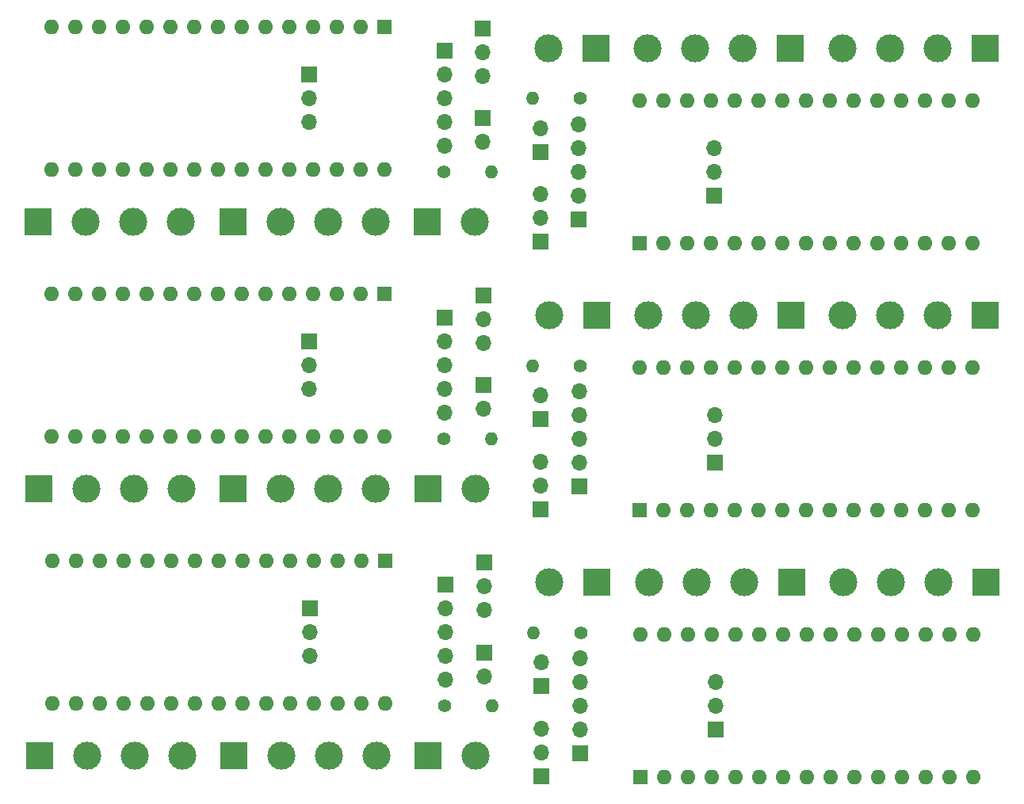
<source format=gbr>
%TF.GenerationSoftware,KiCad,Pcbnew,(6.0.0)*%
%TF.CreationDate,2022-10-06T11:10:54+02:00*%
%TF.ProjectId,012-Amesis-ColdSartE85_HWv0.01,3031322d-416d-4657-9369-732d436f6c64,v0.01_Golf 1.6L 16v *%
%TF.SameCoordinates,Original*%
%TF.FileFunction,Soldermask,Top*%
%TF.FilePolarity,Negative*%
%FSLAX46Y46*%
G04 Gerber Fmt 4.6, Leading zero omitted, Abs format (unit mm)*
G04 Created by KiCad (PCBNEW (6.0.0)) date 2022-10-06 11:10:54*
%MOMM*%
%LPD*%
G01*
G04 APERTURE LIST*
%ADD10R,3.000000X3.000000*%
%ADD11C,3.000000*%
%ADD12R,1.700000X1.700000*%
%ADD13O,1.700000X1.700000*%
%ADD14O,1.600000X1.600000*%
%ADD15R,1.600000X1.600000*%
%ADD16C,1.400000*%
%ADD17O,1.400000X1.400000*%
G04 APERTURE END LIST*
D10*
%TO.C,G2/G62_InPut_IAT1*%
X222073040Y-48986200D03*
D11*
X216993040Y-48986200D03*
X211913040Y-48986200D03*
X206833040Y-48986200D03*
%TD*%
D10*
%TO.C,G2/G62_OutPut_IAT1*%
X201295840Y-48986200D03*
D11*
X196215840Y-48986200D03*
X191135840Y-48986200D03*
X186055840Y-48986200D03*
%TD*%
D10*
%TO.C,J1*%
X180518640Y-48986200D03*
D11*
X175438640Y-48986200D03*
%TD*%
D12*
%TO.C,J2*%
X178689840Y-67223400D03*
D13*
X178689840Y-64683400D03*
X178689840Y-62143400D03*
X178689840Y-59603400D03*
X178689840Y-57063400D03*
%TD*%
D14*
%TO.C,A1*%
X185141440Y-54564200D03*
X187681440Y-54564200D03*
X190221440Y-54564200D03*
X192761440Y-54564200D03*
X195301440Y-54564200D03*
X197841440Y-54564200D03*
X200381440Y-54564200D03*
X202921440Y-54564200D03*
X205461440Y-54564200D03*
X208001440Y-54564200D03*
X210541440Y-54564200D03*
X213081440Y-54564200D03*
X215621440Y-54564200D03*
X218161440Y-54564200D03*
X220701440Y-54564200D03*
X220701440Y-69804200D03*
X218161440Y-69804200D03*
X215621440Y-69804200D03*
X213081440Y-69804200D03*
X210541440Y-69804200D03*
X208001440Y-69804200D03*
X205461440Y-69804200D03*
X202921440Y-69804200D03*
X200381440Y-69804200D03*
X197841440Y-69804200D03*
X195301440Y-69804200D03*
X192761440Y-69804200D03*
X190221440Y-69804200D03*
X187681440Y-69804200D03*
D15*
X185141440Y-69804200D03*
%TD*%
D12*
%TO.C,Jumpers_Option1*%
X174575040Y-69646800D03*
D13*
X174575040Y-67106800D03*
X174575040Y-64566800D03*
%TD*%
D16*
%TO.C,R1*%
X178793194Y-54321904D03*
D17*
X173713194Y-54321904D03*
%TD*%
D12*
%TO.C,TH1*%
X174576794Y-60011504D03*
D13*
X174576794Y-57471504D03*
%TD*%
D12*
%TO.C,J3*%
X193167840Y-64683400D03*
D13*
X193167840Y-62143400D03*
X193167840Y-59603400D03*
%TD*%
D12*
%TO.C,J3*%
X193218640Y-93233000D03*
D13*
X193218640Y-90693000D03*
X193218640Y-88153000D03*
%TD*%
D10*
%TO.C,G2/G62_InPut_IAT1*%
X222123840Y-77535800D03*
D11*
X217043840Y-77535800D03*
X211963840Y-77535800D03*
X206883840Y-77535800D03*
%TD*%
D12*
%TO.C,J2*%
X178740640Y-95773000D03*
D13*
X178740640Y-93233000D03*
X178740640Y-90693000D03*
X178740640Y-88153000D03*
X178740640Y-85613000D03*
%TD*%
D14*
%TO.C,A1*%
X185192240Y-83113800D03*
X187732240Y-83113800D03*
X190272240Y-83113800D03*
X192812240Y-83113800D03*
X195352240Y-83113800D03*
X197892240Y-83113800D03*
X200432240Y-83113800D03*
X202972240Y-83113800D03*
X205512240Y-83113800D03*
X208052240Y-83113800D03*
X210592240Y-83113800D03*
X213132240Y-83113800D03*
X215672240Y-83113800D03*
X218212240Y-83113800D03*
X220752240Y-83113800D03*
X220752240Y-98353800D03*
X218212240Y-98353800D03*
X215672240Y-98353800D03*
X213132240Y-98353800D03*
X210592240Y-98353800D03*
X208052240Y-98353800D03*
X205512240Y-98353800D03*
X202972240Y-98353800D03*
X200432240Y-98353800D03*
X197892240Y-98353800D03*
X195352240Y-98353800D03*
X192812240Y-98353800D03*
X190272240Y-98353800D03*
X187732240Y-98353800D03*
D15*
X185192240Y-98353800D03*
%TD*%
D12*
%TO.C,Jumpers_Option1*%
X174625840Y-98196400D03*
D13*
X174625840Y-95656400D03*
X174625840Y-93116400D03*
%TD*%
D16*
%TO.C,R1*%
X178843994Y-82871504D03*
D17*
X173763994Y-82871504D03*
%TD*%
D12*
%TO.C,TH1*%
X174627594Y-88561104D03*
D13*
X174627594Y-86021104D03*
%TD*%
D10*
%TO.C,G2/G62_OutPut_IAT1*%
X201346640Y-77535800D03*
D11*
X196266640Y-77535800D03*
X191186640Y-77535800D03*
X186106640Y-77535800D03*
%TD*%
D10*
%TO.C,J1*%
X180569440Y-77535800D03*
D11*
X175489440Y-77535800D03*
%TD*%
D12*
%TO.C,TH1*%
X174676640Y-117094000D03*
D13*
X174676640Y-114554000D03*
%TD*%
D16*
%TO.C,R1*%
X178893040Y-111404400D03*
D17*
X173813040Y-111404400D03*
%TD*%
D10*
%TO.C,G2/G62_OutPut_IAT1*%
X201395686Y-106068696D03*
D11*
X196315686Y-106068696D03*
X191235686Y-106068696D03*
X186155686Y-106068696D03*
%TD*%
D14*
%TO.C,A1*%
X185241286Y-111646696D03*
X187781286Y-111646696D03*
X190321286Y-111646696D03*
X192861286Y-111646696D03*
X195401286Y-111646696D03*
X197941286Y-111646696D03*
X200481286Y-111646696D03*
X203021286Y-111646696D03*
X205561286Y-111646696D03*
X208101286Y-111646696D03*
X210641286Y-111646696D03*
X213181286Y-111646696D03*
X215721286Y-111646696D03*
X218261286Y-111646696D03*
X220801286Y-111646696D03*
X220801286Y-126886696D03*
X218261286Y-126886696D03*
X215721286Y-126886696D03*
X213181286Y-126886696D03*
X210641286Y-126886696D03*
X208101286Y-126886696D03*
X205561286Y-126886696D03*
X203021286Y-126886696D03*
X200481286Y-126886696D03*
X197941286Y-126886696D03*
X195401286Y-126886696D03*
X192861286Y-126886696D03*
X190321286Y-126886696D03*
X187781286Y-126886696D03*
D15*
X185241286Y-126886696D03*
%TD*%
D12*
%TO.C,Jumpers_Option1*%
X174674886Y-126729296D03*
D13*
X174674886Y-124189296D03*
X174674886Y-121649296D03*
%TD*%
D10*
%TO.C,J1*%
X180618486Y-106068696D03*
D11*
X175538486Y-106068696D03*
%TD*%
D12*
%TO.C,J3*%
X193267686Y-121765896D03*
D13*
X193267686Y-119225896D03*
X193267686Y-116685896D03*
%TD*%
D10*
%TO.C,G2/G62_InPut_IAT1*%
X222172886Y-106068696D03*
D11*
X217092886Y-106068696D03*
X212012886Y-106068696D03*
X206932886Y-106068696D03*
%TD*%
D12*
%TO.C,J2*%
X178789686Y-124305896D03*
D13*
X178789686Y-121765896D03*
X178789686Y-119225896D03*
X178789686Y-116685896D03*
X178789686Y-114145896D03*
%TD*%
D12*
%TO.C,J3*%
X149961600Y-108849400D03*
D13*
X149961600Y-111389400D03*
X149961600Y-113929400D03*
%TD*%
D10*
%TO.C,G2/G62_InPut_IAT1*%
X121056400Y-124546600D03*
D11*
X126136400Y-124546600D03*
X131216400Y-124546600D03*
X136296400Y-124546600D03*
%TD*%
D12*
%TO.C,J2*%
X164439600Y-106309400D03*
D13*
X164439600Y-108849400D03*
X164439600Y-111389400D03*
X164439600Y-113929400D03*
X164439600Y-116469400D03*
%TD*%
D15*
%TO.C,A1*%
X157988000Y-103728600D03*
D14*
X155448000Y-103728600D03*
X152908000Y-103728600D03*
X150368000Y-103728600D03*
X147828000Y-103728600D03*
X145288000Y-103728600D03*
X142748000Y-103728600D03*
X140208000Y-103728600D03*
X137668000Y-103728600D03*
X135128000Y-103728600D03*
X132588000Y-103728600D03*
X130048000Y-103728600D03*
X127508000Y-103728600D03*
X124968000Y-103728600D03*
X122428000Y-103728600D03*
X122428000Y-118968600D03*
X124968000Y-118968600D03*
X127508000Y-118968600D03*
X130048000Y-118968600D03*
X132588000Y-118968600D03*
X135128000Y-118968600D03*
X137668000Y-118968600D03*
X140208000Y-118968600D03*
X142748000Y-118968600D03*
X145288000Y-118968600D03*
X147828000Y-118968600D03*
X150368000Y-118968600D03*
X152908000Y-118968600D03*
X155448000Y-118968600D03*
X157988000Y-118968600D03*
%TD*%
D12*
%TO.C,Jumpers_Option1*%
X168554400Y-103886000D03*
D13*
X168554400Y-106426000D03*
X168554400Y-108966000D03*
%TD*%
D16*
%TO.C,R1*%
X164336246Y-119210896D03*
D17*
X169416246Y-119210896D03*
%TD*%
D12*
%TO.C,TH1*%
X168552646Y-113521296D03*
D13*
X168552646Y-116061296D03*
%TD*%
D10*
%TO.C,G2/G62_OutPut_IAT1*%
X141833600Y-124546600D03*
D11*
X146913600Y-124546600D03*
X151993600Y-124546600D03*
X157073600Y-124546600D03*
%TD*%
D10*
%TO.C,J1*%
X162610800Y-124546600D03*
D11*
X167690800Y-124546600D03*
%TD*%
D13*
%TO.C,TH1*%
X168501846Y-87511696D03*
D12*
X168501846Y-84971696D03*
%TD*%
D17*
%TO.C,R1*%
X169365446Y-90661296D03*
D16*
X164285446Y-90661296D03*
%TD*%
D11*
%TO.C,G2/G62_OutPut_IAT1*%
X157022800Y-95997000D03*
X151942800Y-95997000D03*
X146862800Y-95997000D03*
D10*
X141782800Y-95997000D03*
%TD*%
D14*
%TO.C,A1*%
X157937200Y-90419000D03*
X155397200Y-90419000D03*
X152857200Y-90419000D03*
X150317200Y-90419000D03*
X147777200Y-90419000D03*
X145237200Y-90419000D03*
X142697200Y-90419000D03*
X140157200Y-90419000D03*
X137617200Y-90419000D03*
X135077200Y-90419000D03*
X132537200Y-90419000D03*
X129997200Y-90419000D03*
X127457200Y-90419000D03*
X124917200Y-90419000D03*
X122377200Y-90419000D03*
X122377200Y-75179000D03*
X124917200Y-75179000D03*
X127457200Y-75179000D03*
X129997200Y-75179000D03*
X132537200Y-75179000D03*
X135077200Y-75179000D03*
X137617200Y-75179000D03*
X140157200Y-75179000D03*
X142697200Y-75179000D03*
X145237200Y-75179000D03*
X147777200Y-75179000D03*
X150317200Y-75179000D03*
X152857200Y-75179000D03*
X155397200Y-75179000D03*
D15*
X157937200Y-75179000D03*
%TD*%
D13*
%TO.C,Jumpers_Option1*%
X168503600Y-80416400D03*
X168503600Y-77876400D03*
D12*
X168503600Y-75336400D03*
%TD*%
D11*
%TO.C,J1*%
X167640000Y-95997000D03*
D10*
X162560000Y-95997000D03*
%TD*%
D13*
%TO.C,J3*%
X149910800Y-85379800D03*
X149910800Y-82839800D03*
D12*
X149910800Y-80299800D03*
%TD*%
D11*
%TO.C,G2/G62_InPut_IAT1*%
X136245600Y-95997000D03*
X131165600Y-95997000D03*
X126085600Y-95997000D03*
D10*
X121005600Y-95997000D03*
%TD*%
D13*
%TO.C,J2*%
X164388800Y-87919800D03*
X164388800Y-85379800D03*
X164388800Y-82839800D03*
X164388800Y-80299800D03*
D12*
X164388800Y-77759800D03*
%TD*%
D15*
%TO.C,A1*%
X157888154Y-46646104D03*
D14*
X155348154Y-46646104D03*
X152808154Y-46646104D03*
X150268154Y-46646104D03*
X147728154Y-46646104D03*
X145188154Y-46646104D03*
X142648154Y-46646104D03*
X140108154Y-46646104D03*
X137568154Y-46646104D03*
X135028154Y-46646104D03*
X132488154Y-46646104D03*
X129948154Y-46646104D03*
X127408154Y-46646104D03*
X124868154Y-46646104D03*
X122328154Y-46646104D03*
X122328154Y-61886104D03*
X124868154Y-61886104D03*
X127408154Y-61886104D03*
X129948154Y-61886104D03*
X132488154Y-61886104D03*
X135028154Y-61886104D03*
X137568154Y-61886104D03*
X140108154Y-61886104D03*
X142648154Y-61886104D03*
X145188154Y-61886104D03*
X147728154Y-61886104D03*
X150268154Y-61886104D03*
X152808154Y-61886104D03*
X155348154Y-61886104D03*
X157888154Y-61886104D03*
%TD*%
D10*
%TO.C,J1*%
X162510954Y-67464104D03*
D11*
X167590954Y-67464104D03*
%TD*%
D12*
%TO.C,Jumpers_Option1*%
X168454554Y-46803504D03*
D13*
X168454554Y-49343504D03*
X168454554Y-51883504D03*
%TD*%
D10*
%TO.C,G2/G62_OutPut_IAT1*%
X141733754Y-67464104D03*
D11*
X146813754Y-67464104D03*
X151893754Y-67464104D03*
X156973754Y-67464104D03*
%TD*%
D16*
%TO.C,R1*%
X164236400Y-62128400D03*
D17*
X169316400Y-62128400D03*
%TD*%
D12*
%TO.C,TH1*%
X168452800Y-56438800D03*
D13*
X168452800Y-58978800D03*
%TD*%
D10*
%TO.C,G2/G62_InPut_IAT1*%
X120956554Y-67464104D03*
D11*
X126036554Y-67464104D03*
X131116554Y-67464104D03*
X136196554Y-67464104D03*
%TD*%
D12*
%TO.C,J2*%
X164339754Y-49226904D03*
D13*
X164339754Y-51766904D03*
X164339754Y-54306904D03*
X164339754Y-56846904D03*
X164339754Y-59386904D03*
%TD*%
D12*
%TO.C,J3*%
X149861754Y-51766904D03*
D13*
X149861754Y-54306904D03*
X149861754Y-56846904D03*
%TD*%
M02*

</source>
